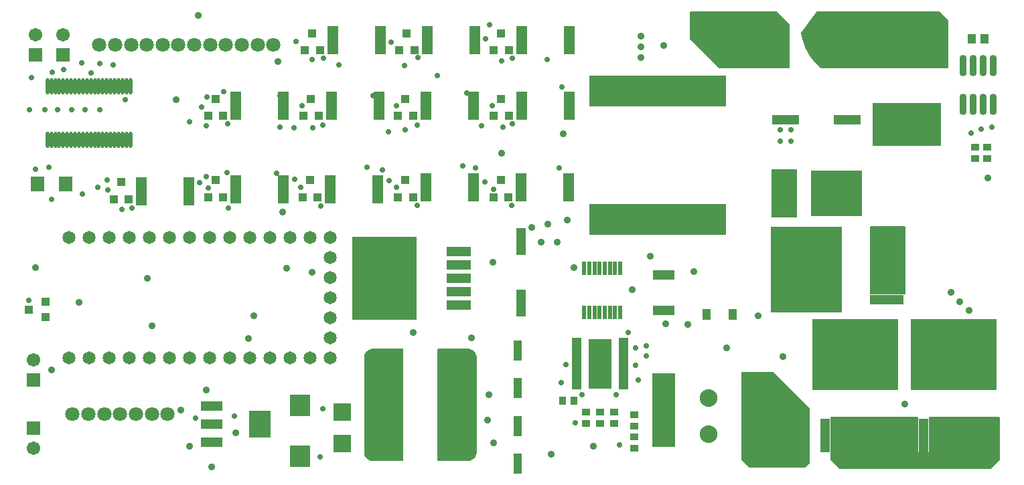
<source format=gts>
G04 Layer_Color=8388736*
%FSAX24Y24*%
%MOIN*%
G70*
G01*
G75*
%ADD82R,0.0400X0.0440*%
%ADD83R,0.0395X0.0986*%
%ADD84R,0.6830X0.1580*%
%ADD85R,0.0438X0.0560*%
%ADD86R,0.0710X0.0552*%
%ADD87R,0.1025X0.1104*%
%ADD88R,0.1064X0.0474*%
%ADD89R,0.1064X0.1379*%
%ADD90R,0.0572X0.1399*%
%ADD91R,0.0434X0.0356*%
%ADD92R,0.0356X0.0434*%
%ADD93R,0.4253X0.3545*%
%ADD94R,0.0453X0.1674*%
%ADD95R,0.0867X0.0867*%
%ADD96R,0.3230X0.4174*%
%ADD97R,0.1222X0.0474*%
%ADD98R,0.0434X0.0474*%
%ADD99R,0.0220X0.0660*%
G04:AMPARAMS|DCode=100|XSize=195mil|YSize=559.2mil|CornerRadius=97.5mil|HoleSize=0mil|Usage=FLASHONLY|Rotation=0.000|XOffset=0mil|YOffset=0mil|HoleType=Round|Shape=RoundedRectangle|*
%AMROUNDEDRECTD100*
21,1,0.1950,0.3642,0,0,0.0*
21,1,0.0000,0.5592,0,0,0.0*
1,1,0.1950,0.0000,-0.1821*
1,1,0.1950,0.0000,-0.1821*
1,1,0.1950,0.0000,0.1821*
1,1,0.1950,0.0000,0.1821*
%
%ADD100ROUNDEDRECTD100*%
%ADD101R,0.3420X0.2130*%
%ADD102R,0.0474X0.1340*%
%ADD103R,0.1030X0.1190*%
%ADD104R,0.0440X0.0400*%
%ADD105O,0.0178X0.0828*%
%ADD106O,0.0356X0.1064*%
%ADD107R,0.1104X0.0493*%
%ADD108R,0.0493X0.0257*%
%ADD109R,0.1159X0.2470*%
%ADD110R,0.1340X0.0474*%
%ADD111R,0.3545X0.4253*%
%ADD112R,0.1674X0.0453*%
%ADD113R,0.1202X0.0572*%
%ADD114R,0.2560X0.2265*%
%ADD115R,0.0710X0.0730*%
%ADD116R,0.1180X0.3680*%
%ADD117R,0.1280X0.2430*%
%ADD118C,0.0710*%
%ADD119C,0.0671*%
%ADD120R,0.0671X0.0671*%
%ADD121C,0.0880*%
%ADD122C,0.0650*%
%ADD123C,0.0280*%
%ADD124C,0.0360*%
G36*
X037569Y016146D02*
X037575Y016145D01*
X037580Y016143D01*
X037584Y016141D01*
X037589Y016138D01*
X037593Y016134D01*
X037596Y016130D01*
X037599Y016126D01*
X037601Y016121D01*
X037603Y016116D01*
X037604Y016111D01*
X037604Y016106D01*
Y010594D01*
X037604Y010589D01*
X037603Y010584D01*
X037601Y010579D01*
X037599Y010574D01*
X037596Y010570D01*
X037593Y010566D01*
X037589Y010562D01*
X037584Y010559D01*
X037580Y010557D01*
X037575Y010555D01*
X037569Y010554D01*
X037564Y010554D01*
X036062D01*
X036057Y010554D01*
X035980Y010564D01*
X035975Y010566D01*
X035970Y010567D01*
X035874Y010607D01*
X035869Y010609D01*
X035865Y010612D01*
X035783Y010675D01*
X035779Y010679D01*
Y010679D01*
X035779D01*
X035775Y010683D01*
X035712Y010765D01*
X035709Y010769D01*
X035707Y010774D01*
X035667Y010870D01*
X035666Y010875D01*
X035664Y010880D01*
X035654Y010957D01*
X035654Y010962D01*
Y010962D01*
D01*
Y010988D01*
Y015712D01*
Y015738D01*
X035654Y015743D01*
X035664Y015820D01*
X035666Y015825D01*
X035667Y015830D01*
X035707Y015926D01*
X035709Y015931D01*
X035712Y015935D01*
X035775Y016017D01*
X035779Y016021D01*
X035783Y016025D01*
X035783Y016025D01*
X035865Y016088D01*
X035867Y016089D01*
X035869Y016091D01*
X035874Y016093D01*
X035970Y016133D01*
X035975Y016134D01*
X035980Y016136D01*
X036057Y016146D01*
X036062Y016146D01*
X036062D01*
D01*
X037564D01*
X037569Y016146D01*
D02*
G37*
G36*
X067255Y012740D02*
X067260Y012739D01*
X067265Y012737D01*
X067270Y012735D01*
X067274Y012732D01*
X067278Y012728D01*
X067282Y012724D01*
X067285Y012720D01*
X067287Y012715D01*
X067289Y012710D01*
X067290Y012705D01*
X067290Y012700D01*
X067290Y010650D01*
X067290Y010645D01*
X067289Y010640D01*
X067287Y010635D01*
X067285Y010630D01*
X067282Y010626D01*
X067278Y010622D01*
X066828Y010172D01*
X066824Y010168D01*
X066820Y010165D01*
X066815Y010163D01*
X066810Y010161D01*
X066805Y010160D01*
X066800Y010160D01*
X059350Y010160D01*
X059345Y010160D01*
X059340Y010161D01*
X059335Y010163D01*
X059330Y010165D01*
X059326Y010168D01*
X059322Y010172D01*
X058872Y010622D01*
X058868Y010626D01*
X058865Y010630D01*
X058863Y010635D01*
X058861Y010640D01*
X058860Y010645D01*
X058860Y010650D01*
X058860Y012700D01*
X058860Y012705D01*
X058861Y012710D01*
X058863Y012715D01*
X058865Y012720D01*
X058868Y012724D01*
X058872Y012728D01*
X058876Y012732D01*
X058880Y012735D01*
X058885Y012737D01*
X058890Y012739D01*
X058895Y012740D01*
X058900Y012740D01*
X063200D01*
X063205Y012740D01*
X063210Y012739D01*
X063215Y012737D01*
X063220Y012735D01*
X063224Y012732D01*
X063228Y012728D01*
X063232Y012724D01*
X063235Y012720D01*
X063237Y012715D01*
X063239Y012710D01*
X063240Y012705D01*
X063240Y012700D01*
Y010990D01*
X063760D01*
X063760Y012700D01*
X063760Y012705D01*
X063761Y012710D01*
X063763Y012715D01*
X063765Y012720D01*
X063768Y012724D01*
X063772Y012728D01*
X063776Y012732D01*
X063780Y012735D01*
X063785Y012737D01*
X063790Y012739D01*
X063795Y012740D01*
X063800Y012740D01*
X067250Y012740D01*
X067255Y012740D01*
D02*
G37*
G36*
X056005Y014990D02*
X056010Y014989D01*
X056015Y014987D01*
X056020Y014985D01*
X056024Y014982D01*
X056028Y014978D01*
X057828Y013178D01*
X057832Y013174D01*
X057835Y013170D01*
X057837Y013165D01*
X057839Y013160D01*
X057840Y013155D01*
X057840Y013150D01*
X057840Y010500D01*
X057840Y010495D01*
X057839Y010490D01*
X057837Y010485D01*
X057835Y010480D01*
X057832Y010476D01*
X057828Y010472D01*
X057578Y010222D01*
X057574Y010218D01*
X057570Y010215D01*
X057565Y010213D01*
X057560Y010211D01*
X057555Y010210D01*
X057550Y010210D01*
X054850Y010210D01*
X054845Y010210D01*
X054840Y010211D01*
X054835Y010213D01*
X054830Y010215D01*
X054826Y010218D01*
X054822Y010222D01*
X054422Y010622D01*
X054418Y010626D01*
X054415Y010630D01*
X054413Y010635D01*
X054411Y010640D01*
X054410Y010645D01*
X054410Y010650D01*
Y014950D01*
X054410Y014955D01*
X054411Y014960D01*
X054413Y014965D01*
X054415Y014970D01*
X054418Y014974D01*
X054422Y014978D01*
X054426Y014982D01*
X054430Y014985D01*
X054435Y014987D01*
X054440Y014989D01*
X054445Y014990D01*
X054450Y014990D01*
X056000D01*
X056005Y014990D01*
D02*
G37*
G36*
X040843Y016146D02*
X040920Y016136D01*
X040925Y016134D01*
X040930Y016133D01*
X041026Y016093D01*
X041031Y016091D01*
X041035Y016088D01*
X041117Y016025D01*
X041121Y016021D01*
Y016021D01*
X041121D01*
X041125Y016017D01*
X041188Y015935D01*
X041191Y015931D01*
X041193Y015926D01*
X041233Y015830D01*
X041234Y015825D01*
X041236Y015820D01*
X041246Y015743D01*
X041246Y015738D01*
Y015712D01*
Y010988D01*
Y010962D01*
D01*
Y010962D01*
X041246Y010957D01*
X041236Y010880D01*
X041234Y010875D01*
X041233Y010870D01*
X041193Y010774D01*
X041191Y010769D01*
X041188Y010765D01*
X041125Y010683D01*
X041121Y010679D01*
X041121D01*
Y010679D01*
X041117Y010675D01*
X041035Y010612D01*
X041031Y010609D01*
X041026Y010607D01*
X040930Y010567D01*
X040925Y010566D01*
X040920Y010564D01*
X040843Y010554D01*
X040838Y010554D01*
X039336D01*
X039331Y010554D01*
X039325Y010555D01*
X039320Y010557D01*
X039316Y010559D01*
X039311Y010562D01*
X039307Y010566D01*
X039304Y010570D01*
X039301Y010574D01*
X039299Y010579D01*
X039297Y010584D01*
X039296Y010589D01*
X039296Y010594D01*
Y016106D01*
X039296Y016111D01*
X039297Y016116D01*
X039299Y016121D01*
X039301Y016126D01*
X039304Y016130D01*
X039307Y016134D01*
X039311Y016138D01*
X039316Y016141D01*
X039320Y016143D01*
X039325Y016145D01*
X039331Y016146D01*
X039336Y016146D01*
X040838D01*
D01*
X040838D01*
X040843Y016146D01*
D02*
G37*
G36*
X064305Y032940D02*
X064310Y032939D01*
X064315Y032937D01*
X064320Y032935D01*
X064324Y032932D01*
X064328Y032928D01*
X064728Y032528D01*
X064732Y032524D01*
X064735Y032520D01*
X064737Y032515D01*
X064739Y032510D01*
X064740Y032505D01*
X064740Y032500D01*
X064740Y030150D01*
X064740Y030145D01*
X064739Y030140D01*
X064737Y030135D01*
X064735Y030130D01*
X064732Y030126D01*
X064728Y030122D01*
X064724Y030118D01*
X064720Y030115D01*
X064715Y030113D01*
X064710Y030111D01*
X064705Y030110D01*
X064700Y030110D01*
X058426Y030110D01*
X058425Y030110D01*
X058424Y030110D01*
X058422Y030110D01*
X058420Y030110D01*
X058420Y030110D01*
X058419Y030110D01*
X058417Y030111D01*
X058415Y030111D01*
X058415Y030111D01*
X058414Y030112D01*
X058412Y030112D01*
X058410Y030113D01*
X058410Y030113D01*
X058409Y030113D01*
X058407Y030114D01*
X058406Y030115D01*
X058405Y030116D01*
X058405Y030116D01*
X058403Y030117D01*
X058401Y030118D01*
X058401Y030119D01*
X058400Y030119D01*
X058286Y030212D01*
X058286Y030212D01*
X058286Y030212D01*
X058284Y030214D01*
X058282Y030216D01*
X058282Y030216D01*
X058282Y030216D01*
X057978Y030539D01*
X057978Y030539D01*
X057978Y030539D01*
X057977Y030541D01*
X057975Y030543D01*
X057975Y030543D01*
X057975Y030543D01*
X057795Y030796D01*
X057794Y030798D01*
X057793Y030800D01*
X057643Y031071D01*
X057642Y031073D01*
X057641Y031075D01*
X057522Y031362D01*
D01*
Y031362D01*
X057522Y031362D01*
X057521Y031365D01*
X057521Y031367D01*
X057521Y031367D01*
X057521Y031367D01*
X057521Y031367D01*
X057422Y031733D01*
X057421Y031735D01*
X057421Y031737D01*
X057401Y031862D01*
X057401Y031863D01*
X057401Y031863D01*
X057401Y031865D01*
X057401Y031867D01*
X057401Y031867D01*
X057401Y031867D01*
X057401Y031868D01*
X057401Y031868D01*
X057401Y031870D01*
X057401Y031872D01*
X057401Y031872D01*
X057401Y031873D01*
X057401Y031873D01*
X057401Y031873D01*
X057402Y031875D01*
X057402Y031877D01*
X057402Y031877D01*
X057402Y031878D01*
X057402Y031878D01*
X057402Y031879D01*
X057403Y031880D01*
X057403Y031882D01*
X057404Y031882D01*
X057404Y031883D01*
X057404Y031883D01*
X057404Y031884D01*
X057405Y031885D01*
X057406Y031887D01*
X057406Y031887D01*
X057406Y031887D01*
X057406Y031888D01*
X057406Y031888D01*
X057407Y031890D01*
X057408Y031892D01*
X058146Y032923D01*
X058147Y032924D01*
X058147Y032924D01*
X058148Y032926D01*
X058149Y032927D01*
X058150Y032928D01*
X058150Y032928D01*
X058152Y032930D01*
X058153Y032931D01*
X058154Y032931D01*
X058154Y032932D01*
X058156Y032933D01*
X058158Y032934D01*
X058158Y032934D01*
X058159Y032935D01*
X058160Y032936D01*
X058162Y032936D01*
X058163Y032937D01*
X058163Y032937D01*
X058165Y032938D01*
X058167Y032938D01*
X058168Y032938D01*
X058168Y032939D01*
X058170Y032939D01*
X058172Y032940D01*
X058173Y032940D01*
X058174Y032940D01*
X058175Y032940D01*
X058177Y032940D01*
X058178Y032940D01*
X058179Y032940D01*
X064300Y032940D01*
X064305Y032940D01*
D02*
G37*
G36*
X056205Y032940D02*
X056210Y032939D01*
X056215Y032937D01*
X056220Y032935D01*
X056224Y032932D01*
X056228Y032928D01*
X056828Y032328D01*
X056832Y032324D01*
X056835Y032320D01*
X056837Y032315D01*
X056839Y032310D01*
X056840Y032305D01*
X056840Y032300D01*
X056840Y030150D01*
X056840Y030145D01*
X056839Y030140D01*
X056837Y030135D01*
X056835Y030130D01*
X056832Y030126D01*
X056828Y030122D01*
X056824Y030118D01*
X056820Y030115D01*
X056815Y030113D01*
X056810Y030111D01*
X056805Y030110D01*
X056800Y030110D01*
X053350D01*
X053345Y030110D01*
X053340Y030111D01*
X053335Y030113D01*
X053330Y030115D01*
X053326Y030118D01*
X053322Y030122D01*
X051872Y031572D01*
X051868Y031576D01*
X051865Y031580D01*
X051863Y031585D01*
X051861Y031590D01*
X051860Y031595D01*
X051860Y031600D01*
X051860Y032900D01*
X051860Y032905D01*
X051861Y032910D01*
X051863Y032915D01*
X051865Y032920D01*
X051868Y032924D01*
X051872Y032928D01*
X051876Y032932D01*
X051880Y032935D01*
X051885Y032937D01*
X051890Y032939D01*
X051895Y032940D01*
X051900Y032940D01*
X056200D01*
X056205Y032940D01*
D02*
G37*
G36*
X062555Y022240D02*
X062560Y022239D01*
X062565Y022237D01*
X062570Y022235D01*
X062574Y022232D01*
X062578Y022228D01*
X062582Y022224D01*
X062585Y022220D01*
X062587Y022215D01*
X062589Y022210D01*
X062590Y022205D01*
X062590Y022200D01*
Y018900D01*
X062590Y018895D01*
X062589Y018890D01*
X062587Y018885D01*
X062585Y018880D01*
X062582Y018876D01*
X062578Y018872D01*
X062574Y018868D01*
X062570Y018865D01*
X062565Y018863D01*
X062560Y018861D01*
X062555Y018860D01*
X062550Y018860D01*
X060850D01*
X060845Y018860D01*
X060840Y018861D01*
X060835Y018863D01*
X060830Y018865D01*
X060826Y018868D01*
X060822Y018872D01*
X060818Y018876D01*
X060815Y018880D01*
X060813Y018885D01*
X060811Y018890D01*
X060810Y018895D01*
X060810Y018900D01*
Y022200D01*
X060810Y022205D01*
X060811Y022210D01*
X060813Y022215D01*
X060815Y022220D01*
X060818Y022224D01*
X060822Y022228D01*
X060826Y022232D01*
X060830Y022235D01*
X060835Y022237D01*
X060840Y022239D01*
X060845Y022240D01*
X060850Y022240D01*
X062550D01*
X062555Y022240D01*
D02*
G37*
D82*
X028250Y028590D02*
D03*
X028630Y027756D02*
D03*
X027876D02*
D03*
X032626D02*
D03*
X033380D02*
D03*
X033000Y028590D02*
D03*
X042076Y023706D02*
D03*
X042830D02*
D03*
X042450Y024540D02*
D03*
X037700D02*
D03*
X038080Y023706D02*
D03*
X037326D02*
D03*
X028250Y024540D02*
D03*
X028630Y023706D02*
D03*
X027876D02*
D03*
X023176Y023606D02*
D03*
X023930D02*
D03*
X023550Y024440D02*
D03*
X032576Y023706D02*
D03*
X033330D02*
D03*
X032950Y024540D02*
D03*
X037399Y031020D02*
D03*
X038153D02*
D03*
X037773Y031854D02*
D03*
X042473D02*
D03*
X042853Y031020D02*
D03*
X042099D02*
D03*
X033073Y031854D02*
D03*
X033453Y031020D02*
D03*
X032699D02*
D03*
X042099Y027770D02*
D03*
X042853D02*
D03*
X042473Y028604D02*
D03*
X037700Y028590D02*
D03*
X038080Y027756D02*
D03*
X037326D02*
D03*
D83*
X043300Y010425D02*
D03*
Y012275D02*
D03*
Y014200D02*
D03*
Y016050D02*
D03*
D84*
X050250Y022600D02*
D03*
Y029000D02*
D03*
D85*
X053994Y017850D02*
D03*
X052706D02*
D03*
D86*
X020809Y024350D02*
D03*
X019391D02*
D03*
D87*
X032453Y013311D02*
D03*
Y010791D02*
D03*
D88*
X028049Y013306D02*
D03*
Y012400D02*
D03*
Y011494D02*
D03*
D89*
X030451Y012400D02*
D03*
D90*
X031631Y028250D02*
D03*
X029269D02*
D03*
X036454Y031514D02*
D03*
X034092D02*
D03*
X041154D02*
D03*
X038792D02*
D03*
X045854D02*
D03*
X043492D02*
D03*
X045854Y028264D02*
D03*
X043492D02*
D03*
X041081Y028250D02*
D03*
X038719D02*
D03*
X036381D02*
D03*
X034019D02*
D03*
X045831Y024200D02*
D03*
X043469D02*
D03*
X041081D02*
D03*
X038719D02*
D03*
X026931Y024000D02*
D03*
X024569D02*
D03*
X031631Y024100D02*
D03*
X029269D02*
D03*
X036331D02*
D03*
X033969D02*
D03*
D91*
X066050Y026176D02*
D03*
Y025624D02*
D03*
X066650Y026176D02*
D03*
Y025624D02*
D03*
X048100Y012976D02*
D03*
Y012424D02*
D03*
X049100Y012300D02*
D03*
Y012851D02*
D03*
X047400Y012976D02*
D03*
Y012424D02*
D03*
X046700Y012976D02*
D03*
Y012424D02*
D03*
X049100Y011751D02*
D03*
Y011200D02*
D03*
D92*
X045524Y013550D02*
D03*
X046076D02*
D03*
D93*
X060100Y015855D02*
D03*
X065000D02*
D03*
D94*
X061600Y011839D02*
D03*
X061100D02*
D03*
X060600D02*
D03*
X059600D02*
D03*
X059100D02*
D03*
X058600D02*
D03*
X066500D02*
D03*
X066000D02*
D03*
X065500D02*
D03*
X064500D02*
D03*
X064000D02*
D03*
X063500D02*
D03*
D95*
X034550Y012987D02*
D03*
Y011413D02*
D03*
D96*
X036661Y019650D02*
D03*
D97*
X040343Y020989D02*
D03*
Y020319D02*
D03*
Y019650D02*
D03*
Y018981D02*
D03*
Y018311D02*
D03*
D98*
X065885Y031600D02*
D03*
X066515D02*
D03*
D99*
X046604Y017940D02*
D03*
X046860D02*
D03*
X047116D02*
D03*
X047372D02*
D03*
X047628D02*
D03*
X047884D02*
D03*
X048140D02*
D03*
X048396D02*
D03*
Y020160D02*
D03*
X048140D02*
D03*
X047884D02*
D03*
X047628D02*
D03*
X047372D02*
D03*
X047116D02*
D03*
X046860D02*
D03*
X046604D02*
D03*
D100*
X036629Y013350D02*
D03*
X040271D02*
D03*
D101*
X062650Y031575D02*
D03*
Y027325D02*
D03*
D102*
X043450Y018415D02*
D03*
Y021485D02*
D03*
D103*
X050550Y011900D02*
D03*
X055044D02*
D03*
X050550Y014310D02*
D03*
X055044D02*
D03*
D104*
X019794Y017726D02*
D03*
Y018480D02*
D03*
X018960Y018100D02*
D03*
D105*
X019883Y026571D02*
D03*
X020080D02*
D03*
X020277D02*
D03*
X020474D02*
D03*
X020670D02*
D03*
X020867D02*
D03*
X021064D02*
D03*
X021261D02*
D03*
X021458D02*
D03*
X021655D02*
D03*
X021852D02*
D03*
X022048D02*
D03*
X022245D02*
D03*
X022442D02*
D03*
X022639D02*
D03*
X022836D02*
D03*
X023033D02*
D03*
X023230D02*
D03*
X023426D02*
D03*
X023623D02*
D03*
X023820D02*
D03*
X024017D02*
D03*
X019883Y029229D02*
D03*
X020080D02*
D03*
X020277D02*
D03*
X020474D02*
D03*
X020670D02*
D03*
X020867D02*
D03*
X021064D02*
D03*
X021261D02*
D03*
X021458D02*
D03*
X021655D02*
D03*
X021852D02*
D03*
X022048D02*
D03*
X022245D02*
D03*
X022442D02*
D03*
X022639D02*
D03*
X022836D02*
D03*
X023033D02*
D03*
X023230D02*
D03*
X023426D02*
D03*
X023623D02*
D03*
X023820D02*
D03*
X024017D02*
D03*
D106*
X065450Y028335D02*
D03*
X065950D02*
D03*
X066450D02*
D03*
X066950D02*
D03*
X065450Y030265D02*
D03*
X065950D02*
D03*
X066450D02*
D03*
X066950D02*
D03*
D107*
X050550Y018064D02*
D03*
Y019836D02*
D03*
D108*
X046239Y016552D02*
D03*
Y016296D02*
D03*
Y016040D02*
D03*
Y015784D02*
D03*
Y015528D02*
D03*
Y015272D02*
D03*
Y015016D02*
D03*
Y014760D02*
D03*
Y014504D02*
D03*
Y014248D02*
D03*
X048561Y016552D02*
D03*
Y016296D02*
D03*
Y016040D02*
D03*
Y015784D02*
D03*
Y015528D02*
D03*
Y015272D02*
D03*
Y015016D02*
D03*
Y014760D02*
D03*
Y014504D02*
D03*
Y014248D02*
D03*
D109*
X047400Y015400D02*
D03*
D110*
X059685Y027550D02*
D03*
X056615D02*
D03*
D111*
X057645Y020100D02*
D03*
D112*
X061661Y021600D02*
D03*
Y021100D02*
D03*
Y020600D02*
D03*
Y019600D02*
D03*
Y019100D02*
D03*
Y018600D02*
D03*
D113*
X056566Y024802D02*
D03*
Y022998D02*
D03*
D114*
X059145Y023900D02*
D03*
D115*
X020809Y024350D02*
D03*
X019391D02*
D03*
D116*
X050550Y013100D02*
D03*
D117*
X056550Y023875D02*
D03*
D118*
X031131Y031300D02*
D03*
X027194D02*
D03*
X027981D02*
D03*
X028768D02*
D03*
X029558D02*
D03*
X030348D02*
D03*
X025624D02*
D03*
X024834D02*
D03*
X024044D02*
D03*
X023257D02*
D03*
X022469D02*
D03*
X026406D02*
D03*
X021140Y012900D02*
D03*
X021928D02*
D03*
X025865D02*
D03*
X025077D02*
D03*
X024290D02*
D03*
X023500D02*
D03*
X022710D02*
D03*
D119*
X020650Y031800D02*
D03*
X019300D02*
D03*
X019200Y011200D02*
D03*
Y015600D02*
D03*
D120*
X020650Y030800D02*
D03*
X019300D02*
D03*
X019200Y012200D02*
D03*
Y014600D02*
D03*
D121*
X052800Y011900D02*
D03*
Y013700D02*
D03*
D122*
X020950Y015700D02*
D03*
X021950D02*
D03*
X022950D02*
D03*
X023950D02*
D03*
X024950D02*
D03*
X025950D02*
D03*
X026950D02*
D03*
X027950D02*
D03*
X028950D02*
D03*
X029950D02*
D03*
X030950D02*
D03*
X031950D02*
D03*
X032950D02*
D03*
X033950D02*
D03*
Y016700D02*
D03*
Y017700D02*
D03*
Y018700D02*
D03*
Y019700D02*
D03*
Y020700D02*
D03*
Y021700D02*
D03*
X032950D02*
D03*
X031950D02*
D03*
X030950D02*
D03*
X029950D02*
D03*
X028950D02*
D03*
X027950D02*
D03*
X026950D02*
D03*
X025950D02*
D03*
X024950D02*
D03*
X023950D02*
D03*
X022950D02*
D03*
X021950D02*
D03*
X020950D02*
D03*
D123*
X020400Y028050D02*
D03*
X022400Y024200D02*
D03*
X022850Y024550D02*
D03*
X028650Y028950D02*
D03*
X028850Y027350D02*
D03*
X042544Y027199D02*
D03*
X026950Y027450D02*
D03*
X031450Y027200D02*
D03*
X032150Y027150D02*
D03*
X027800Y027250D02*
D03*
X033100Y027150D02*
D03*
X033600Y027300D02*
D03*
X032550Y028250D02*
D03*
X021638Y023845D02*
D03*
X033600Y013150D02*
D03*
X029200Y012800D02*
D03*
X027250Y012700D02*
D03*
X033450Y010750D02*
D03*
X037250Y028250D02*
D03*
Y024200D02*
D03*
X042023Y028264D02*
D03*
X043000Y023300D02*
D03*
X038300D02*
D03*
X043023Y027364D02*
D03*
X038323Y030664D02*
D03*
X033623Y030614D02*
D03*
X038300Y027300D02*
D03*
X024100Y023150D02*
D03*
X023600Y023100D02*
D03*
X028900Y023150D02*
D03*
X036550Y025050D02*
D03*
X036903Y024531D02*
D03*
X041200Y025150D02*
D03*
X028814Y024931D02*
D03*
X042100Y024100D02*
D03*
X041650Y024450D02*
D03*
X041500Y027250D02*
D03*
X037700Y027050D02*
D03*
X036850Y026950D02*
D03*
X027446Y024412D02*
D03*
X027900Y024150D02*
D03*
X027807Y024729D02*
D03*
X045500Y029200D02*
D03*
X044773Y030556D02*
D03*
X042500Y030500D02*
D03*
X039300Y029750D02*
D03*
X037650Y030250D02*
D03*
X019950Y025200D02*
D03*
X020700Y030050D02*
D03*
X019000Y028050D02*
D03*
X019750D02*
D03*
X021601Y030400D02*
D03*
X023750Y028550D02*
D03*
X022500Y028050D02*
D03*
X021100D02*
D03*
X021750D02*
D03*
X019100Y029650D02*
D03*
X020119Y029918D02*
D03*
X020100Y023600D02*
D03*
X023150Y030300D02*
D03*
X022049Y029899D02*
D03*
X022500Y030350D02*
D03*
X026900Y024000D02*
D03*
X033500Y023250D02*
D03*
X032500Y024200D02*
D03*
X032200Y024600D02*
D03*
X031300Y024900D02*
D03*
X035800Y025200D02*
D03*
X040550Y025250D02*
D03*
X027550Y028200D02*
D03*
X027821Y028700D02*
D03*
X031450Y028750D02*
D03*
X036100D02*
D03*
X040750Y028900D02*
D03*
X033050Y030550D02*
D03*
X034400Y030300D02*
D03*
X032269Y031450D02*
D03*
X037000Y031419D02*
D03*
X043023Y030614D02*
D03*
X041900Y032300D02*
D03*
X041700Y031600D02*
D03*
X056350Y027050D02*
D03*
X056900D02*
D03*
Y026500D02*
D03*
X056350D02*
D03*
X045700Y015350D02*
D03*
X045450Y014450D02*
D03*
X048350Y011350D02*
D03*
X046150Y012450D02*
D03*
X066900Y027200D02*
D03*
X066350Y027100D02*
D03*
X065850Y026900D02*
D03*
X045350Y025150D02*
D03*
X022900Y024050D02*
D03*
X046500Y013850D02*
D03*
X049174Y015326D02*
D03*
X048800Y016950D02*
D03*
X063500Y011850D02*
D03*
X048200Y013850D02*
D03*
X049300Y014600D02*
D03*
X049700Y015800D02*
D03*
Y016300D02*
D03*
X049150Y016200D02*
D03*
X019300Y025100D02*
D03*
X018960Y018560D02*
D03*
X058600Y011850D02*
D03*
D124*
X050550Y031250D02*
D03*
X027400Y032750D02*
D03*
X033050Y019950D02*
D03*
X019300Y020200D02*
D03*
X044450Y021450D02*
D03*
X042100Y011450D02*
D03*
X026541Y013100D02*
D03*
X030361Y012714D02*
D03*
X041800Y012600D02*
D03*
X055250Y017800D02*
D03*
X064850Y018950D02*
D03*
X065750Y018050D02*
D03*
X049436Y031736D02*
D03*
Y031200D02*
D03*
X049900Y020750D02*
D03*
X041850Y013850D02*
D03*
X038100Y016950D02*
D03*
X030150Y017800D02*
D03*
X049436Y030648D02*
D03*
X047050Y011300D02*
D03*
X053700Y016200D02*
D03*
X052050Y020000D02*
D03*
X049000Y019100D02*
D03*
X046100Y020200D02*
D03*
X044000Y022200D02*
D03*
X056500Y015750D02*
D03*
X051750Y017350D02*
D03*
X050650Y017400D02*
D03*
X065300Y018500D02*
D03*
X066750Y010950D02*
D03*
X066150D02*
D03*
X066750Y011550D02*
D03*
X066150D02*
D03*
X020100Y015100D02*
D03*
X024850Y019650D02*
D03*
X042500Y025900D02*
D03*
X042050Y020450D02*
D03*
X026300Y028550D02*
D03*
X047400Y014600D02*
D03*
X045550Y026850D02*
D03*
X031350Y030450D02*
D03*
X036350Y031150D02*
D03*
X062550Y013400D02*
D03*
X061650Y018550D02*
D03*
X026950Y011300D02*
D03*
X025100Y017300D02*
D03*
X021450Y018450D02*
D03*
X029250Y011950D02*
D03*
X027800Y014100D02*
D03*
X029900Y016650D02*
D03*
X045750Y022550D02*
D03*
X044800Y022350D02*
D03*
X045250Y021450D02*
D03*
X031600Y022950D02*
D03*
X031800Y020150D02*
D03*
X044950Y010900D02*
D03*
X066700Y024650D02*
D03*
X028050Y010250D02*
D03*
X041000Y016700D02*
D03*
M02*

</source>
